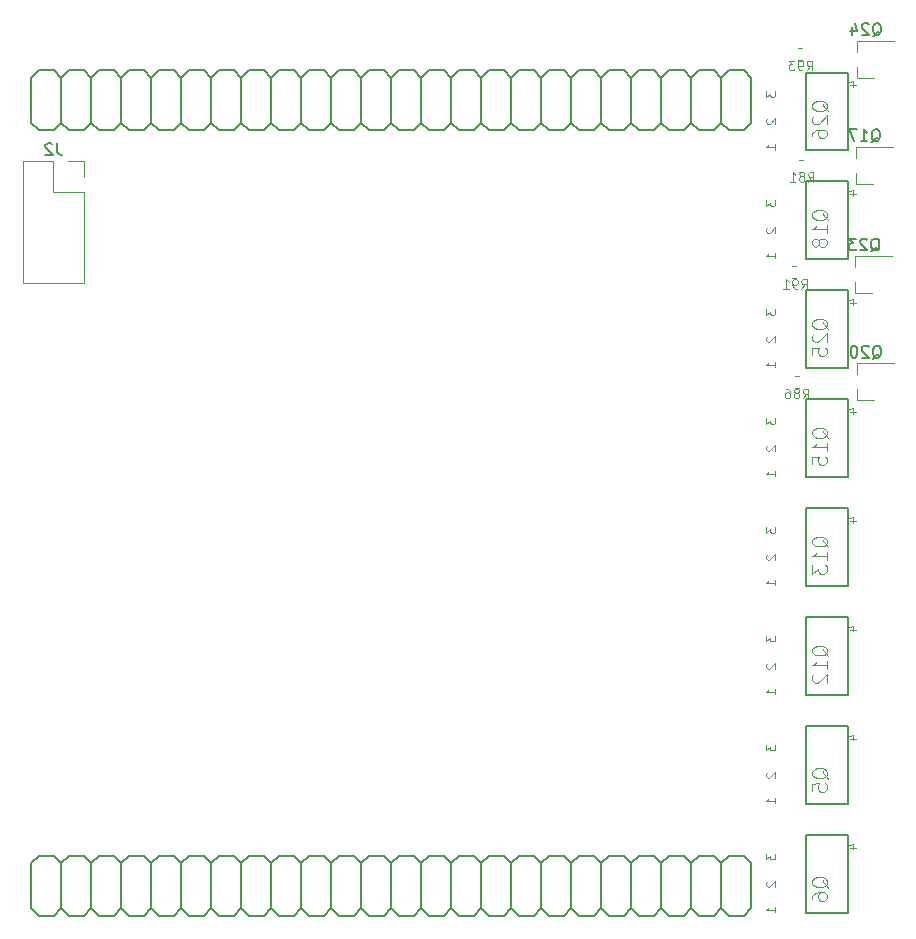
<source format=gbo>
G04 #@! TF.GenerationSoftware,KiCad,Pcbnew,5.1.5-52549c5~86~ubuntu18.04.1*
G04 #@! TF.CreationDate,2020-04-08T14:45:09+02:00*
G04 #@! TF.ProjectId,Speeduino_base,53706565-6475-4696-9e6f-5f626173652e,rev?*
G04 #@! TF.SameCoordinates,Original*
G04 #@! TF.FileFunction,Legend,Bot*
G04 #@! TF.FilePolarity,Positive*
%FSLAX46Y46*%
G04 Gerber Fmt 4.6, Leading zero omitted, Abs format (unit mm)*
G04 Created by KiCad (PCBNEW 5.1.5-52549c5~86~ubuntu18.04.1) date 2020-04-08 14:45:09*
%MOMM*%
%LPD*%
G04 APERTURE LIST*
%ADD10C,0.120000*%
%ADD11C,0.203200*%
%ADD12C,0.152400*%
%ADD13C,0.150000*%
%ADD14C,0.100000*%
%ADD15C,0.096520*%
%ADD16C,0.097536*%
G04 APERTURE END LIST*
D10*
X193690000Y-28105000D02*
X195150000Y-28105000D01*
X193690000Y-24945000D02*
X196850000Y-24945000D01*
X193690000Y-24945000D02*
X193690000Y-25875000D01*
X193690000Y-28105000D02*
X193690000Y-27175000D01*
X193540000Y-46330000D02*
X195000000Y-46330000D01*
X193540000Y-43170000D02*
X196700000Y-43170000D01*
X193540000Y-43170000D02*
X193540000Y-44100000D01*
X193540000Y-46330000D02*
X193540000Y-45400000D01*
X193690000Y-55405000D02*
X195150000Y-55405000D01*
X193690000Y-52245000D02*
X196850000Y-52245000D01*
X193690000Y-52245000D02*
X193690000Y-53175000D01*
X193690000Y-55405000D02*
X193690000Y-54475000D01*
X193590000Y-37080000D02*
X195050000Y-37080000D01*
X193590000Y-33920000D02*
X196750000Y-33920000D01*
X193590000Y-33920000D02*
X193590000Y-34850000D01*
X193590000Y-37080000D02*
X193590000Y-36150000D01*
X189071267Y-25540000D02*
X188728733Y-25540000D01*
X189071267Y-26560000D02*
X188728733Y-26560000D01*
X188581267Y-43990000D02*
X188238733Y-43990000D01*
X188581267Y-45010000D02*
X188238733Y-45010000D01*
X188816267Y-53310000D02*
X188473733Y-53310000D01*
X188816267Y-54330000D02*
X188473733Y-54330000D01*
X189146267Y-35020000D02*
X188803733Y-35020000D01*
X189146267Y-36040000D02*
X188803733Y-36040000D01*
D11*
X192929000Y-34201600D02*
X192929000Y-27648400D01*
X189373000Y-34201600D02*
X192929000Y-34201600D01*
X189373000Y-27648400D02*
X189373000Y-34201600D01*
X192929000Y-27648400D02*
X189373000Y-27648400D01*
X192929000Y-52652742D02*
X192929000Y-46099542D01*
X189373000Y-52652742D02*
X192929000Y-52652742D01*
X189373000Y-46099542D02*
X189373000Y-52652742D01*
X192929000Y-46099542D02*
X189373000Y-46099542D01*
X192929000Y-43427171D02*
X192929000Y-36873971D01*
X189373000Y-43427171D02*
X192929000Y-43427171D01*
X189373000Y-36873971D02*
X189373000Y-43427171D01*
X192929000Y-36873971D02*
X189373000Y-36873971D01*
D10*
X128255000Y-45450000D02*
X123055000Y-45450000D01*
X128255000Y-37770000D02*
X128255000Y-45450000D01*
X123055000Y-35170000D02*
X123055000Y-45450000D01*
X128255000Y-37770000D02*
X125655000Y-37770000D01*
X125655000Y-37770000D02*
X125655000Y-35170000D01*
X125655000Y-35170000D02*
X123055000Y-35170000D01*
X128255000Y-36500000D02*
X128255000Y-35170000D01*
X128255000Y-35170000D02*
X126925000Y-35170000D01*
D12*
X184750000Y-98405000D02*
X184750000Y-94595000D01*
X182210000Y-94595000D02*
X182845000Y-93960000D01*
X184115000Y-93960000D02*
X182845000Y-93960000D01*
X184750000Y-94595000D02*
X184115000Y-93960000D01*
X184115000Y-99040000D02*
X184750000Y-98405000D01*
X184115000Y-99040000D02*
X182845000Y-99040000D01*
X182210000Y-98405000D02*
X182845000Y-99040000D01*
X182210000Y-98405000D02*
X182210000Y-94595000D01*
X179670000Y-94595000D02*
X180305000Y-93960000D01*
X181575000Y-93960000D02*
X180305000Y-93960000D01*
X182210000Y-94595000D02*
X181575000Y-93960000D01*
X181575000Y-99040000D02*
X182210000Y-98405000D01*
X181575000Y-99040000D02*
X180305000Y-99040000D01*
X179670000Y-98405000D02*
X180305000Y-99040000D01*
X179670000Y-98405000D02*
X179670000Y-94595000D01*
X177130000Y-94595000D02*
X177765000Y-93960000D01*
X179035000Y-93960000D02*
X177765000Y-93960000D01*
X179670000Y-94595000D02*
X179035000Y-93960000D01*
X179035000Y-99040000D02*
X179670000Y-98405000D01*
X179035000Y-99040000D02*
X177765000Y-99040000D01*
X177130000Y-98405000D02*
X177765000Y-99040000D01*
X177130000Y-98405000D02*
X177130000Y-94595000D01*
X174590000Y-94595000D02*
X175225000Y-93960000D01*
X176495000Y-93960000D02*
X175225000Y-93960000D01*
X177130000Y-94595000D02*
X176495000Y-93960000D01*
X176495000Y-99040000D02*
X177130000Y-98405000D01*
X176495000Y-99040000D02*
X175225000Y-99040000D01*
X174590000Y-98405000D02*
X175225000Y-99040000D01*
X174590000Y-98405000D02*
X174590000Y-94595000D01*
X172050000Y-94595000D02*
X172685000Y-93960000D01*
X173955000Y-93960000D02*
X172685000Y-93960000D01*
X174590000Y-94595000D02*
X173955000Y-93960000D01*
X173955000Y-99040000D02*
X174590000Y-98405000D01*
X173955000Y-99040000D02*
X172685000Y-99040000D01*
X172050000Y-98405000D02*
X172685000Y-99040000D01*
X172050000Y-98405000D02*
X172050000Y-94595000D01*
X169510000Y-98405000D02*
X169510000Y-94595000D01*
X166970000Y-98405000D02*
X166970000Y-94595000D01*
X164430000Y-98405000D02*
X164430000Y-94595000D01*
X161890000Y-98405000D02*
X161890000Y-94595000D01*
X159350000Y-98405000D02*
X159350000Y-94595000D01*
X156810000Y-98405000D02*
X156810000Y-94595000D01*
X154270000Y-98405000D02*
X154270000Y-94595000D01*
X151730000Y-98405000D02*
X151730000Y-94595000D01*
X149190000Y-98405000D02*
X149190000Y-94595000D01*
X146650000Y-98405000D02*
X146650000Y-94595000D01*
X144110000Y-98405000D02*
X144110000Y-94595000D01*
X141570000Y-98405000D02*
X141570000Y-94595000D01*
X139030000Y-98405000D02*
X139030000Y-94595000D01*
X136490000Y-98405000D02*
X136490000Y-94595000D01*
X133950000Y-98405000D02*
X133950000Y-94595000D01*
X131410000Y-98405000D02*
X131410000Y-94595000D01*
X128870000Y-98405000D02*
X128870000Y-94595000D01*
X126330000Y-98405000D02*
X126330000Y-94595000D01*
X139030000Y-94595000D02*
X139665000Y-93960000D01*
X140935000Y-93960000D02*
X139665000Y-93960000D01*
X141570000Y-94595000D02*
X140935000Y-93960000D01*
X141570000Y-94595000D02*
X142205000Y-93960000D01*
X143475000Y-93960000D02*
X142205000Y-93960000D01*
X144110000Y-94595000D02*
X143475000Y-93960000D01*
X144110000Y-94595000D02*
X144745000Y-93960000D01*
X146015000Y-93960000D02*
X144745000Y-93960000D01*
X146650000Y-94595000D02*
X146015000Y-93960000D01*
X146650000Y-94595000D02*
X147285000Y-93960000D01*
X148555000Y-93960000D02*
X147285000Y-93960000D01*
X149190000Y-94595000D02*
X148555000Y-93960000D01*
X149190000Y-94595000D02*
X149825000Y-93960000D01*
X151095000Y-93960000D02*
X149825000Y-93960000D01*
X151730000Y-94595000D02*
X151095000Y-93960000D01*
X151730000Y-94595000D02*
X152365000Y-93960000D01*
X153635000Y-93960000D02*
X152365000Y-93960000D01*
X154270000Y-94595000D02*
X153635000Y-93960000D01*
X154270000Y-94595000D02*
X154905000Y-93960000D01*
X156175000Y-93960000D02*
X154905000Y-93960000D01*
X156810000Y-94595000D02*
X156175000Y-93960000D01*
X156810000Y-94595000D02*
X157445000Y-93960000D01*
X158715000Y-93960000D02*
X157445000Y-93960000D01*
X159350000Y-94595000D02*
X158715000Y-93960000D01*
X159985000Y-93960000D02*
X159350000Y-94595000D01*
X159985000Y-93960000D02*
X161255000Y-93960000D01*
X161890000Y-94595000D02*
X161255000Y-93960000D01*
X162525000Y-93960000D02*
X161890000Y-94595000D01*
X162525000Y-93960000D02*
X163795000Y-93960000D01*
X164430000Y-94595000D02*
X163795000Y-93960000D01*
X164430000Y-94595000D02*
X165065000Y-93960000D01*
X166335000Y-93960000D02*
X165065000Y-93960000D01*
X166970000Y-94595000D02*
X166335000Y-93960000D01*
X166970000Y-94595000D02*
X167605000Y-93960000D01*
X168875000Y-93960000D02*
X167605000Y-93960000D01*
X169510000Y-94595000D02*
X168875000Y-93960000D01*
X169510000Y-94595000D02*
X170145000Y-93960000D01*
X171415000Y-93960000D02*
X170145000Y-93960000D01*
X172050000Y-94595000D02*
X171415000Y-93960000D01*
X171415000Y-99040000D02*
X172050000Y-98405000D01*
X171415000Y-99040000D02*
X170145000Y-99040000D01*
X169510000Y-98405000D02*
X170145000Y-99040000D01*
X168875000Y-99040000D02*
X169510000Y-98405000D01*
X168875000Y-99040000D02*
X167605000Y-99040000D01*
X166970000Y-98405000D02*
X167605000Y-99040000D01*
X166335000Y-99040000D02*
X166970000Y-98405000D01*
X166335000Y-99040000D02*
X165065000Y-99040000D01*
X164430000Y-98405000D02*
X165065000Y-99040000D01*
X163795000Y-99040000D02*
X164430000Y-98405000D01*
X163795000Y-99040000D02*
X162525000Y-99040000D01*
X161890000Y-98405000D02*
X162525000Y-99040000D01*
X161255000Y-99040000D02*
X161890000Y-98405000D01*
X161255000Y-99040000D02*
X159985000Y-99040000D01*
X159350000Y-98405000D02*
X159985000Y-99040000D01*
X158715000Y-99040000D02*
X159350000Y-98405000D01*
X158715000Y-99040000D02*
X157445000Y-99040000D01*
X156810000Y-98405000D02*
X157445000Y-99040000D01*
X156175000Y-99040000D02*
X156810000Y-98405000D01*
X156175000Y-99040000D02*
X154905000Y-99040000D01*
X154270000Y-98405000D02*
X154905000Y-99040000D01*
X154270000Y-98405000D02*
X153635000Y-99040000D01*
X152365000Y-99040000D02*
X153635000Y-99040000D01*
X151730000Y-98405000D02*
X152365000Y-99040000D01*
X151095000Y-99040000D02*
X151730000Y-98405000D01*
X149825000Y-99040000D02*
X151095000Y-99040000D01*
X149190000Y-98405000D02*
X149825000Y-99040000D01*
X148555000Y-99040000D02*
X149190000Y-98405000D01*
X147285000Y-99040000D02*
X148555000Y-99040000D01*
X146650000Y-98405000D02*
X147285000Y-99040000D01*
X146015000Y-99040000D02*
X146650000Y-98405000D01*
X144745000Y-99040000D02*
X146015000Y-99040000D01*
X144110000Y-98405000D02*
X144745000Y-99040000D01*
X143475000Y-99040000D02*
X144110000Y-98405000D01*
X142205000Y-99040000D02*
X143475000Y-99040000D01*
X141570000Y-98405000D02*
X142205000Y-99040000D01*
X140935000Y-99040000D02*
X141570000Y-98405000D01*
X139665000Y-99040000D02*
X140935000Y-99040000D01*
X139030000Y-98405000D02*
X139665000Y-99040000D01*
X138395000Y-99040000D02*
X139030000Y-98405000D01*
X137125000Y-99040000D02*
X138395000Y-99040000D01*
X136490000Y-98405000D02*
X137125000Y-99040000D01*
X135855000Y-99040000D02*
X136490000Y-98405000D01*
X134585000Y-99040000D02*
X135855000Y-99040000D01*
X133950000Y-98405000D02*
X134585000Y-99040000D01*
X133315000Y-99040000D02*
X133950000Y-98405000D01*
X132045000Y-99040000D02*
X133315000Y-99040000D01*
X131410000Y-98405000D02*
X132045000Y-99040000D01*
X130775000Y-99040000D02*
X131410000Y-98405000D01*
X129505000Y-99040000D02*
X130775000Y-99040000D01*
X128870000Y-98405000D02*
X129505000Y-99040000D01*
X128235000Y-99040000D02*
X128870000Y-98405000D01*
X126965000Y-99040000D02*
X128235000Y-99040000D01*
X126330000Y-98405000D02*
X126965000Y-99040000D01*
X125695000Y-99040000D02*
X126330000Y-98405000D01*
X124425000Y-99040000D02*
X125695000Y-99040000D01*
X123790000Y-98405000D02*
X124425000Y-99040000D01*
X123790000Y-94595000D02*
X123790000Y-98405000D01*
X138395000Y-93960000D02*
X139030000Y-94595000D01*
X137125000Y-93960000D02*
X138395000Y-93960000D01*
X136490000Y-94595000D02*
X137125000Y-93960000D01*
X135855000Y-93960000D02*
X136490000Y-94595000D01*
X134585000Y-93960000D02*
X135855000Y-93960000D01*
X133950000Y-94595000D02*
X134585000Y-93960000D01*
X133315000Y-93960000D02*
X133950000Y-94595000D01*
X132045000Y-93960000D02*
X133315000Y-93960000D01*
X131410000Y-94595000D02*
X132045000Y-93960000D01*
X130775000Y-93960000D02*
X131410000Y-94595000D01*
X129505000Y-93960000D02*
X130775000Y-93960000D01*
X128870000Y-94595000D02*
X129505000Y-93960000D01*
X128235000Y-93960000D02*
X128870000Y-94595000D01*
X126965000Y-93960000D02*
X128235000Y-93960000D01*
X126330000Y-94595000D02*
X126965000Y-93960000D01*
X125695000Y-93960000D02*
X126330000Y-94595000D01*
X124425000Y-93960000D02*
X125695000Y-93960000D01*
X123790000Y-94595000D02*
X124425000Y-93960000D01*
D11*
X192929000Y-71103884D02*
X192929000Y-64550684D01*
X189373000Y-71103884D02*
X192929000Y-71103884D01*
X189373000Y-64550684D02*
X189373000Y-71103884D01*
X192929000Y-64550684D02*
X189373000Y-64550684D01*
X192929000Y-61878313D02*
X192929000Y-55325113D01*
X189373000Y-61878313D02*
X192929000Y-61878313D01*
X189373000Y-55325113D02*
X189373000Y-61878313D01*
X192929000Y-55325113D02*
X189373000Y-55325113D01*
X192929000Y-98780600D02*
X192929000Y-92227400D01*
X189373000Y-98780600D02*
X192929000Y-98780600D01*
X189373000Y-92227400D02*
X189373000Y-98780600D01*
X192929000Y-92227400D02*
X189373000Y-92227400D01*
X192929000Y-89555026D02*
X192929000Y-83001826D01*
X189373000Y-89555026D02*
X192929000Y-89555026D01*
X189373000Y-83001826D02*
X189373000Y-89555026D01*
X192929000Y-83001826D02*
X189373000Y-83001826D01*
X192929000Y-80329455D02*
X192929000Y-73776255D01*
X189373000Y-80329455D02*
X192929000Y-80329455D01*
X189373000Y-73776255D02*
X189373000Y-80329455D01*
X192929000Y-73776255D02*
X189373000Y-73776255D01*
D12*
X184750000Y-31905000D02*
X184750000Y-28095000D01*
X182210000Y-28095000D02*
X182845000Y-27460000D01*
X184115000Y-27460000D02*
X182845000Y-27460000D01*
X184750000Y-28095000D02*
X184115000Y-27460000D01*
X184115000Y-32540000D02*
X184750000Y-31905000D01*
X184115000Y-32540000D02*
X182845000Y-32540000D01*
X182210000Y-31905000D02*
X182845000Y-32540000D01*
X182210000Y-31905000D02*
X182210000Y-28095000D01*
X179670000Y-28095000D02*
X180305000Y-27460000D01*
X181575000Y-27460000D02*
X180305000Y-27460000D01*
X182210000Y-28095000D02*
X181575000Y-27460000D01*
X181575000Y-32540000D02*
X182210000Y-31905000D01*
X181575000Y-32540000D02*
X180305000Y-32540000D01*
X179670000Y-31905000D02*
X180305000Y-32540000D01*
X179670000Y-31905000D02*
X179670000Y-28095000D01*
X177130000Y-28095000D02*
X177765000Y-27460000D01*
X179035000Y-27460000D02*
X177765000Y-27460000D01*
X179670000Y-28095000D02*
X179035000Y-27460000D01*
X179035000Y-32540000D02*
X179670000Y-31905000D01*
X179035000Y-32540000D02*
X177765000Y-32540000D01*
X177130000Y-31905000D02*
X177765000Y-32540000D01*
X177130000Y-31905000D02*
X177130000Y-28095000D01*
X174590000Y-28095000D02*
X175225000Y-27460000D01*
X176495000Y-27460000D02*
X175225000Y-27460000D01*
X177130000Y-28095000D02*
X176495000Y-27460000D01*
X176495000Y-32540000D02*
X177130000Y-31905000D01*
X176495000Y-32540000D02*
X175225000Y-32540000D01*
X174590000Y-31905000D02*
X175225000Y-32540000D01*
X174590000Y-31905000D02*
X174590000Y-28095000D01*
X172050000Y-28095000D02*
X172685000Y-27460000D01*
X173955000Y-27460000D02*
X172685000Y-27460000D01*
X174590000Y-28095000D02*
X173955000Y-27460000D01*
X173955000Y-32540000D02*
X174590000Y-31905000D01*
X173955000Y-32540000D02*
X172685000Y-32540000D01*
X172050000Y-31905000D02*
X172685000Y-32540000D01*
X172050000Y-31905000D02*
X172050000Y-28095000D01*
X169510000Y-31905000D02*
X169510000Y-28095000D01*
X166970000Y-31905000D02*
X166970000Y-28095000D01*
X164430000Y-31905000D02*
X164430000Y-28095000D01*
X161890000Y-31905000D02*
X161890000Y-28095000D01*
X159350000Y-31905000D02*
X159350000Y-28095000D01*
X156810000Y-31905000D02*
X156810000Y-28095000D01*
X154270000Y-31905000D02*
X154270000Y-28095000D01*
X151730000Y-31905000D02*
X151730000Y-28095000D01*
X149190000Y-31905000D02*
X149190000Y-28095000D01*
X146650000Y-31905000D02*
X146650000Y-28095000D01*
X144110000Y-31905000D02*
X144110000Y-28095000D01*
X141570000Y-31905000D02*
X141570000Y-28095000D01*
X139030000Y-31905000D02*
X139030000Y-28095000D01*
X136490000Y-31905000D02*
X136490000Y-28095000D01*
X133950000Y-31905000D02*
X133950000Y-28095000D01*
X131410000Y-31905000D02*
X131410000Y-28095000D01*
X128870000Y-31905000D02*
X128870000Y-28095000D01*
X126330000Y-31905000D02*
X126330000Y-28095000D01*
X139030000Y-28095000D02*
X139665000Y-27460000D01*
X140935000Y-27460000D02*
X139665000Y-27460000D01*
X141570000Y-28095000D02*
X140935000Y-27460000D01*
X141570000Y-28095000D02*
X142205000Y-27460000D01*
X143475000Y-27460000D02*
X142205000Y-27460000D01*
X144110000Y-28095000D02*
X143475000Y-27460000D01*
X144110000Y-28095000D02*
X144745000Y-27460000D01*
X146015000Y-27460000D02*
X144745000Y-27460000D01*
X146650000Y-28095000D02*
X146015000Y-27460000D01*
X146650000Y-28095000D02*
X147285000Y-27460000D01*
X148555000Y-27460000D02*
X147285000Y-27460000D01*
X149190000Y-28095000D02*
X148555000Y-27460000D01*
X149190000Y-28095000D02*
X149825000Y-27460000D01*
X151095000Y-27460000D02*
X149825000Y-27460000D01*
X151730000Y-28095000D02*
X151095000Y-27460000D01*
X151730000Y-28095000D02*
X152365000Y-27460000D01*
X153635000Y-27460000D02*
X152365000Y-27460000D01*
X154270000Y-28095000D02*
X153635000Y-27460000D01*
X154270000Y-28095000D02*
X154905000Y-27460000D01*
X156175000Y-27460000D02*
X154905000Y-27460000D01*
X156810000Y-28095000D02*
X156175000Y-27460000D01*
X156810000Y-28095000D02*
X157445000Y-27460000D01*
X158715000Y-27460000D02*
X157445000Y-27460000D01*
X159350000Y-28095000D02*
X158715000Y-27460000D01*
X159985000Y-27460000D02*
X159350000Y-28095000D01*
X159985000Y-27460000D02*
X161255000Y-27460000D01*
X161890000Y-28095000D02*
X161255000Y-27460000D01*
X162525000Y-27460000D02*
X161890000Y-28095000D01*
X162525000Y-27460000D02*
X163795000Y-27460000D01*
X164430000Y-28095000D02*
X163795000Y-27460000D01*
X164430000Y-28095000D02*
X165065000Y-27460000D01*
X166335000Y-27460000D02*
X165065000Y-27460000D01*
X166970000Y-28095000D02*
X166335000Y-27460000D01*
X166970000Y-28095000D02*
X167605000Y-27460000D01*
X168875000Y-27460000D02*
X167605000Y-27460000D01*
X169510000Y-28095000D02*
X168875000Y-27460000D01*
X169510000Y-28095000D02*
X170145000Y-27460000D01*
X171415000Y-27460000D02*
X170145000Y-27460000D01*
X172050000Y-28095000D02*
X171415000Y-27460000D01*
X171415000Y-32540000D02*
X172050000Y-31905000D01*
X171415000Y-32540000D02*
X170145000Y-32540000D01*
X169510000Y-31905000D02*
X170145000Y-32540000D01*
X168875000Y-32540000D02*
X169510000Y-31905000D01*
X168875000Y-32540000D02*
X167605000Y-32540000D01*
X166970000Y-31905000D02*
X167605000Y-32540000D01*
X166335000Y-32540000D02*
X166970000Y-31905000D01*
X166335000Y-32540000D02*
X165065000Y-32540000D01*
X164430000Y-31905000D02*
X165065000Y-32540000D01*
X163795000Y-32540000D02*
X164430000Y-31905000D01*
X163795000Y-32540000D02*
X162525000Y-32540000D01*
X161890000Y-31905000D02*
X162525000Y-32540000D01*
X161255000Y-32540000D02*
X161890000Y-31905000D01*
X161255000Y-32540000D02*
X159985000Y-32540000D01*
X159350000Y-31905000D02*
X159985000Y-32540000D01*
X158715000Y-32540000D02*
X159350000Y-31905000D01*
X158715000Y-32540000D02*
X157445000Y-32540000D01*
X156810000Y-31905000D02*
X157445000Y-32540000D01*
X156175000Y-32540000D02*
X156810000Y-31905000D01*
X156175000Y-32540000D02*
X154905000Y-32540000D01*
X154270000Y-31905000D02*
X154905000Y-32540000D01*
X154270000Y-31905000D02*
X153635000Y-32540000D01*
X152365000Y-32540000D02*
X153635000Y-32540000D01*
X151730000Y-31905000D02*
X152365000Y-32540000D01*
X151095000Y-32540000D02*
X151730000Y-31905000D01*
X149825000Y-32540000D02*
X151095000Y-32540000D01*
X149190000Y-31905000D02*
X149825000Y-32540000D01*
X148555000Y-32540000D02*
X149190000Y-31905000D01*
X147285000Y-32540000D02*
X148555000Y-32540000D01*
X146650000Y-31905000D02*
X147285000Y-32540000D01*
X146015000Y-32540000D02*
X146650000Y-31905000D01*
X144745000Y-32540000D02*
X146015000Y-32540000D01*
X144110000Y-31905000D02*
X144745000Y-32540000D01*
X143475000Y-32540000D02*
X144110000Y-31905000D01*
X142205000Y-32540000D02*
X143475000Y-32540000D01*
X141570000Y-31905000D02*
X142205000Y-32540000D01*
X140935000Y-32540000D02*
X141570000Y-31905000D01*
X139665000Y-32540000D02*
X140935000Y-32540000D01*
X139030000Y-31905000D02*
X139665000Y-32540000D01*
X138395000Y-32540000D02*
X139030000Y-31905000D01*
X137125000Y-32540000D02*
X138395000Y-32540000D01*
X136490000Y-31905000D02*
X137125000Y-32540000D01*
X135855000Y-32540000D02*
X136490000Y-31905000D01*
X134585000Y-32540000D02*
X135855000Y-32540000D01*
X133950000Y-31905000D02*
X134585000Y-32540000D01*
X133315000Y-32540000D02*
X133950000Y-31905000D01*
X132045000Y-32540000D02*
X133315000Y-32540000D01*
X131410000Y-31905000D02*
X132045000Y-32540000D01*
X130775000Y-32540000D02*
X131410000Y-31905000D01*
X129505000Y-32540000D02*
X130775000Y-32540000D01*
X128870000Y-31905000D02*
X129505000Y-32540000D01*
X128235000Y-32540000D02*
X128870000Y-31905000D01*
X126965000Y-32540000D02*
X128235000Y-32540000D01*
X126330000Y-31905000D02*
X126965000Y-32540000D01*
X125695000Y-32540000D02*
X126330000Y-31905000D01*
X124425000Y-32540000D02*
X125695000Y-32540000D01*
X123790000Y-31905000D02*
X124425000Y-32540000D01*
X123790000Y-28095000D02*
X123790000Y-31905000D01*
X138395000Y-27460000D02*
X139030000Y-28095000D01*
X137125000Y-27460000D02*
X138395000Y-27460000D01*
X136490000Y-28095000D02*
X137125000Y-27460000D01*
X135855000Y-27460000D02*
X136490000Y-28095000D01*
X134585000Y-27460000D02*
X135855000Y-27460000D01*
X133950000Y-28095000D02*
X134585000Y-27460000D01*
X133315000Y-27460000D02*
X133950000Y-28095000D01*
X132045000Y-27460000D02*
X133315000Y-27460000D01*
X131410000Y-28095000D02*
X132045000Y-27460000D01*
X130775000Y-27460000D02*
X131410000Y-28095000D01*
X129505000Y-27460000D02*
X130775000Y-27460000D01*
X128870000Y-28095000D02*
X129505000Y-27460000D01*
X128235000Y-27460000D02*
X128870000Y-28095000D01*
X126965000Y-27460000D02*
X128235000Y-27460000D01*
X126330000Y-28095000D02*
X126965000Y-27460000D01*
X125695000Y-27460000D02*
X126330000Y-28095000D01*
X124425000Y-27460000D02*
X125695000Y-27460000D01*
X123790000Y-28095000D02*
X124425000Y-27460000D01*
D13*
X195021428Y-24572619D02*
X195116666Y-24525000D01*
X195211904Y-24429761D01*
X195354761Y-24286904D01*
X195450000Y-24239285D01*
X195545238Y-24239285D01*
X195497619Y-24477380D02*
X195592857Y-24429761D01*
X195688095Y-24334523D01*
X195735714Y-24144047D01*
X195735714Y-23810714D01*
X195688095Y-23620238D01*
X195592857Y-23525000D01*
X195497619Y-23477380D01*
X195307142Y-23477380D01*
X195211904Y-23525000D01*
X195116666Y-23620238D01*
X195069047Y-23810714D01*
X195069047Y-24144047D01*
X195116666Y-24334523D01*
X195211904Y-24429761D01*
X195307142Y-24477380D01*
X195497619Y-24477380D01*
X194688095Y-23572619D02*
X194640476Y-23525000D01*
X194545238Y-23477380D01*
X194307142Y-23477380D01*
X194211904Y-23525000D01*
X194164285Y-23572619D01*
X194116666Y-23667857D01*
X194116666Y-23763095D01*
X194164285Y-23905952D01*
X194735714Y-24477380D01*
X194116666Y-24477380D01*
X193259523Y-23810714D02*
X193259523Y-24477380D01*
X193497619Y-23429761D02*
X193735714Y-24144047D01*
X193116666Y-24144047D01*
X194871428Y-42797619D02*
X194966666Y-42750000D01*
X195061904Y-42654761D01*
X195204761Y-42511904D01*
X195300000Y-42464285D01*
X195395238Y-42464285D01*
X195347619Y-42702380D02*
X195442857Y-42654761D01*
X195538095Y-42559523D01*
X195585714Y-42369047D01*
X195585714Y-42035714D01*
X195538095Y-41845238D01*
X195442857Y-41750000D01*
X195347619Y-41702380D01*
X195157142Y-41702380D01*
X195061904Y-41750000D01*
X194966666Y-41845238D01*
X194919047Y-42035714D01*
X194919047Y-42369047D01*
X194966666Y-42559523D01*
X195061904Y-42654761D01*
X195157142Y-42702380D01*
X195347619Y-42702380D01*
X194538095Y-41797619D02*
X194490476Y-41750000D01*
X194395238Y-41702380D01*
X194157142Y-41702380D01*
X194061904Y-41750000D01*
X194014285Y-41797619D01*
X193966666Y-41892857D01*
X193966666Y-41988095D01*
X194014285Y-42130952D01*
X194585714Y-42702380D01*
X193966666Y-42702380D01*
X193633333Y-41702380D02*
X193014285Y-41702380D01*
X193347619Y-42083333D01*
X193204761Y-42083333D01*
X193109523Y-42130952D01*
X193061904Y-42178571D01*
X193014285Y-42273809D01*
X193014285Y-42511904D01*
X193061904Y-42607142D01*
X193109523Y-42654761D01*
X193204761Y-42702380D01*
X193490476Y-42702380D01*
X193585714Y-42654761D01*
X193633333Y-42607142D01*
X195021428Y-51872619D02*
X195116666Y-51825000D01*
X195211904Y-51729761D01*
X195354761Y-51586904D01*
X195450000Y-51539285D01*
X195545238Y-51539285D01*
X195497619Y-51777380D02*
X195592857Y-51729761D01*
X195688095Y-51634523D01*
X195735714Y-51444047D01*
X195735714Y-51110714D01*
X195688095Y-50920238D01*
X195592857Y-50825000D01*
X195497619Y-50777380D01*
X195307142Y-50777380D01*
X195211904Y-50825000D01*
X195116666Y-50920238D01*
X195069047Y-51110714D01*
X195069047Y-51444047D01*
X195116666Y-51634523D01*
X195211904Y-51729761D01*
X195307142Y-51777380D01*
X195497619Y-51777380D01*
X194688095Y-50872619D02*
X194640476Y-50825000D01*
X194545238Y-50777380D01*
X194307142Y-50777380D01*
X194211904Y-50825000D01*
X194164285Y-50872619D01*
X194116666Y-50967857D01*
X194116666Y-51063095D01*
X194164285Y-51205952D01*
X194735714Y-51777380D01*
X194116666Y-51777380D01*
X193497619Y-50777380D02*
X193402380Y-50777380D01*
X193307142Y-50825000D01*
X193259523Y-50872619D01*
X193211904Y-50967857D01*
X193164285Y-51158333D01*
X193164285Y-51396428D01*
X193211904Y-51586904D01*
X193259523Y-51682142D01*
X193307142Y-51729761D01*
X193402380Y-51777380D01*
X193497619Y-51777380D01*
X193592857Y-51729761D01*
X193640476Y-51682142D01*
X193688095Y-51586904D01*
X193735714Y-51396428D01*
X193735714Y-51158333D01*
X193688095Y-50967857D01*
X193640476Y-50872619D01*
X193592857Y-50825000D01*
X193497619Y-50777380D01*
X194921428Y-33547619D02*
X195016666Y-33500000D01*
X195111904Y-33404761D01*
X195254761Y-33261904D01*
X195350000Y-33214285D01*
X195445238Y-33214285D01*
X195397619Y-33452380D02*
X195492857Y-33404761D01*
X195588095Y-33309523D01*
X195635714Y-33119047D01*
X195635714Y-32785714D01*
X195588095Y-32595238D01*
X195492857Y-32500000D01*
X195397619Y-32452380D01*
X195207142Y-32452380D01*
X195111904Y-32500000D01*
X195016666Y-32595238D01*
X194969047Y-32785714D01*
X194969047Y-33119047D01*
X195016666Y-33309523D01*
X195111904Y-33404761D01*
X195207142Y-33452380D01*
X195397619Y-33452380D01*
X194016666Y-33452380D02*
X194588095Y-33452380D01*
X194302380Y-33452380D02*
X194302380Y-32452380D01*
X194397619Y-32595238D01*
X194492857Y-32690476D01*
X194588095Y-32738095D01*
X193683333Y-32452380D02*
X193016666Y-32452380D01*
X193445238Y-33452380D01*
D14*
X189439285Y-27436904D02*
X189705952Y-27055952D01*
X189896428Y-27436904D02*
X189896428Y-26636904D01*
X189591666Y-26636904D01*
X189515476Y-26675000D01*
X189477380Y-26713095D01*
X189439285Y-26789285D01*
X189439285Y-26903571D01*
X189477380Y-26979761D01*
X189515476Y-27017857D01*
X189591666Y-27055952D01*
X189896428Y-27055952D01*
X189058333Y-27436904D02*
X188905952Y-27436904D01*
X188829761Y-27398809D01*
X188791666Y-27360714D01*
X188715476Y-27246428D01*
X188677380Y-27094047D01*
X188677380Y-26789285D01*
X188715476Y-26713095D01*
X188753571Y-26675000D01*
X188829761Y-26636904D01*
X188982142Y-26636904D01*
X189058333Y-26675000D01*
X189096428Y-26713095D01*
X189134523Y-26789285D01*
X189134523Y-26979761D01*
X189096428Y-27055952D01*
X189058333Y-27094047D01*
X188982142Y-27132142D01*
X188829761Y-27132142D01*
X188753571Y-27094047D01*
X188715476Y-27055952D01*
X188677380Y-26979761D01*
X188410714Y-26636904D02*
X187915476Y-26636904D01*
X188182142Y-26941666D01*
X188067857Y-26941666D01*
X187991666Y-26979761D01*
X187953571Y-27017857D01*
X187915476Y-27094047D01*
X187915476Y-27284523D01*
X187953571Y-27360714D01*
X187991666Y-27398809D01*
X188067857Y-27436904D01*
X188296428Y-27436904D01*
X188372619Y-27398809D01*
X188410714Y-27360714D01*
X188999285Y-45936904D02*
X189265952Y-45555952D01*
X189456428Y-45936904D02*
X189456428Y-45136904D01*
X189151666Y-45136904D01*
X189075476Y-45175000D01*
X189037380Y-45213095D01*
X188999285Y-45289285D01*
X188999285Y-45403571D01*
X189037380Y-45479761D01*
X189075476Y-45517857D01*
X189151666Y-45555952D01*
X189456428Y-45555952D01*
X188618333Y-45936904D02*
X188465952Y-45936904D01*
X188389761Y-45898809D01*
X188351666Y-45860714D01*
X188275476Y-45746428D01*
X188237380Y-45594047D01*
X188237380Y-45289285D01*
X188275476Y-45213095D01*
X188313571Y-45175000D01*
X188389761Y-45136904D01*
X188542142Y-45136904D01*
X188618333Y-45175000D01*
X188656428Y-45213095D01*
X188694523Y-45289285D01*
X188694523Y-45479761D01*
X188656428Y-45555952D01*
X188618333Y-45594047D01*
X188542142Y-45632142D01*
X188389761Y-45632142D01*
X188313571Y-45594047D01*
X188275476Y-45555952D01*
X188237380Y-45479761D01*
X187475476Y-45936904D02*
X187932619Y-45936904D01*
X187704047Y-45936904D02*
X187704047Y-45136904D01*
X187780238Y-45251190D01*
X187856428Y-45327380D01*
X187932619Y-45365476D01*
X189109285Y-55231904D02*
X189375952Y-54850952D01*
X189566428Y-55231904D02*
X189566428Y-54431904D01*
X189261666Y-54431904D01*
X189185476Y-54470000D01*
X189147380Y-54508095D01*
X189109285Y-54584285D01*
X189109285Y-54698571D01*
X189147380Y-54774761D01*
X189185476Y-54812857D01*
X189261666Y-54850952D01*
X189566428Y-54850952D01*
X188652142Y-54774761D02*
X188728333Y-54736666D01*
X188766428Y-54698571D01*
X188804523Y-54622380D01*
X188804523Y-54584285D01*
X188766428Y-54508095D01*
X188728333Y-54470000D01*
X188652142Y-54431904D01*
X188499761Y-54431904D01*
X188423571Y-54470000D01*
X188385476Y-54508095D01*
X188347380Y-54584285D01*
X188347380Y-54622380D01*
X188385476Y-54698571D01*
X188423571Y-54736666D01*
X188499761Y-54774761D01*
X188652142Y-54774761D01*
X188728333Y-54812857D01*
X188766428Y-54850952D01*
X188804523Y-54927142D01*
X188804523Y-55079523D01*
X188766428Y-55155714D01*
X188728333Y-55193809D01*
X188652142Y-55231904D01*
X188499761Y-55231904D01*
X188423571Y-55193809D01*
X188385476Y-55155714D01*
X188347380Y-55079523D01*
X188347380Y-54927142D01*
X188385476Y-54850952D01*
X188423571Y-54812857D01*
X188499761Y-54774761D01*
X187661666Y-54431904D02*
X187814047Y-54431904D01*
X187890238Y-54470000D01*
X187928333Y-54508095D01*
X188004523Y-54622380D01*
X188042619Y-54774761D01*
X188042619Y-55079523D01*
X188004523Y-55155714D01*
X187966428Y-55193809D01*
X187890238Y-55231904D01*
X187737857Y-55231904D01*
X187661666Y-55193809D01*
X187623571Y-55155714D01*
X187585476Y-55079523D01*
X187585476Y-54889047D01*
X187623571Y-54812857D01*
X187661666Y-54774761D01*
X187737857Y-54736666D01*
X187890238Y-54736666D01*
X187966428Y-54774761D01*
X188004523Y-54812857D01*
X188042619Y-54889047D01*
X189564285Y-36891904D02*
X189830952Y-36510952D01*
X190021428Y-36891904D02*
X190021428Y-36091904D01*
X189716666Y-36091904D01*
X189640476Y-36130000D01*
X189602380Y-36168095D01*
X189564285Y-36244285D01*
X189564285Y-36358571D01*
X189602380Y-36434761D01*
X189640476Y-36472857D01*
X189716666Y-36510952D01*
X190021428Y-36510952D01*
X189107142Y-36434761D02*
X189183333Y-36396666D01*
X189221428Y-36358571D01*
X189259523Y-36282380D01*
X189259523Y-36244285D01*
X189221428Y-36168095D01*
X189183333Y-36130000D01*
X189107142Y-36091904D01*
X188954761Y-36091904D01*
X188878571Y-36130000D01*
X188840476Y-36168095D01*
X188802380Y-36244285D01*
X188802380Y-36282380D01*
X188840476Y-36358571D01*
X188878571Y-36396666D01*
X188954761Y-36434761D01*
X189107142Y-36434761D01*
X189183333Y-36472857D01*
X189221428Y-36510952D01*
X189259523Y-36587142D01*
X189259523Y-36739523D01*
X189221428Y-36815714D01*
X189183333Y-36853809D01*
X189107142Y-36891904D01*
X188954761Y-36891904D01*
X188878571Y-36853809D01*
X188840476Y-36815714D01*
X188802380Y-36739523D01*
X188802380Y-36587142D01*
X188840476Y-36510952D01*
X188878571Y-36472857D01*
X188954761Y-36434761D01*
X188040476Y-36891904D02*
X188497619Y-36891904D01*
X188269047Y-36891904D02*
X188269047Y-36091904D01*
X188345238Y-36206190D01*
X188421428Y-36282380D01*
X188497619Y-36320476D01*
D15*
X191259252Y-30931809D02*
X191201800Y-30816904D01*
X191086895Y-30702000D01*
X190914538Y-30529642D01*
X190857085Y-30414738D01*
X190857085Y-30299833D01*
X191144347Y-30357285D02*
X191086895Y-30242381D01*
X190971990Y-30127476D01*
X190742180Y-30070023D01*
X190340014Y-30070023D01*
X190110204Y-30127476D01*
X189995300Y-30242381D01*
X189937847Y-30357285D01*
X189937847Y-30587095D01*
X189995300Y-30702000D01*
X190110204Y-30816904D01*
X190340014Y-30874357D01*
X190742180Y-30874357D01*
X190971990Y-30816904D01*
X191086895Y-30702000D01*
X191144347Y-30587095D01*
X191144347Y-30357285D01*
X190052752Y-31333976D02*
X189995300Y-31391428D01*
X189937847Y-31506333D01*
X189937847Y-31793595D01*
X189995300Y-31908500D01*
X190052752Y-31965952D01*
X190167657Y-32023404D01*
X190282561Y-32023404D01*
X190454919Y-31965952D01*
X191144347Y-31276523D01*
X191144347Y-32023404D01*
X189937847Y-33057547D02*
X189937847Y-32827738D01*
X189995300Y-32712833D01*
X190052752Y-32655381D01*
X190225109Y-32540476D01*
X190454919Y-32483023D01*
X190914538Y-32483023D01*
X191029442Y-32540476D01*
X191086895Y-32597928D01*
X191144347Y-32712833D01*
X191144347Y-32942642D01*
X191086895Y-33057547D01*
X191029442Y-33115000D01*
X190914538Y-33172452D01*
X190627276Y-33172452D01*
X190512371Y-33115000D01*
X190454919Y-33057547D01*
X190397466Y-32942642D01*
X190397466Y-32712833D01*
X190454919Y-32597928D01*
X190512371Y-32540476D01*
X190627276Y-32483023D01*
D16*
X186088209Y-31563889D02*
X186051440Y-31600658D01*
X186014670Y-31674197D01*
X186014670Y-31858045D01*
X186051440Y-31931584D01*
X186088209Y-31968353D01*
X186161748Y-32005123D01*
X186235287Y-32005123D01*
X186345596Y-31968353D01*
X186786830Y-31527119D01*
X186786830Y-32005123D01*
X186796230Y-34167123D02*
X186796230Y-33725889D01*
X186796230Y-33946506D02*
X186024070Y-33946506D01*
X186134379Y-33872967D01*
X186207918Y-33799428D01*
X186244687Y-33725889D01*
X193139457Y-28735984D02*
X193654230Y-28735984D01*
X192845300Y-28552136D02*
X193396843Y-28368289D01*
X193396843Y-28846293D01*
X186024070Y-29215719D02*
X186024070Y-29693723D01*
X186318226Y-29436336D01*
X186318226Y-29546645D01*
X186354996Y-29620184D01*
X186391765Y-29656953D01*
X186465304Y-29693723D01*
X186649152Y-29693723D01*
X186722691Y-29656953D01*
X186759460Y-29620184D01*
X186796230Y-29546645D01*
X186796230Y-29326028D01*
X186759460Y-29252489D01*
X186722691Y-29215719D01*
D15*
X191259252Y-49382951D02*
X191201800Y-49268046D01*
X191086895Y-49153142D01*
X190914538Y-48980784D01*
X190857085Y-48865880D01*
X190857085Y-48750975D01*
X191144347Y-48808427D02*
X191086895Y-48693523D01*
X190971990Y-48578618D01*
X190742180Y-48521165D01*
X190340014Y-48521165D01*
X190110204Y-48578618D01*
X189995300Y-48693523D01*
X189937847Y-48808427D01*
X189937847Y-49038237D01*
X189995300Y-49153142D01*
X190110204Y-49268046D01*
X190340014Y-49325499D01*
X190742180Y-49325499D01*
X190971990Y-49268046D01*
X191086895Y-49153142D01*
X191144347Y-49038237D01*
X191144347Y-48808427D01*
X190052752Y-49785118D02*
X189995300Y-49842570D01*
X189937847Y-49957475D01*
X189937847Y-50244737D01*
X189995300Y-50359642D01*
X190052752Y-50417094D01*
X190167657Y-50474546D01*
X190282561Y-50474546D01*
X190454919Y-50417094D01*
X191144347Y-49727665D01*
X191144347Y-50474546D01*
X189937847Y-51566142D02*
X189937847Y-50991618D01*
X190512371Y-50934165D01*
X190454919Y-50991618D01*
X190397466Y-51106523D01*
X190397466Y-51393784D01*
X190454919Y-51508689D01*
X190512371Y-51566142D01*
X190627276Y-51623594D01*
X190914538Y-51623594D01*
X191029442Y-51566142D01*
X191086895Y-51508689D01*
X191144347Y-51393784D01*
X191144347Y-51106523D01*
X191086895Y-50991618D01*
X191029442Y-50934165D01*
D16*
X186088209Y-50015031D02*
X186051440Y-50051800D01*
X186014670Y-50125339D01*
X186014670Y-50309187D01*
X186051440Y-50382726D01*
X186088209Y-50419495D01*
X186161748Y-50456265D01*
X186235287Y-50456265D01*
X186345596Y-50419495D01*
X186786830Y-49978261D01*
X186786830Y-50456265D01*
X186796230Y-52618265D02*
X186796230Y-52177031D01*
X186796230Y-52397648D02*
X186024070Y-52397648D01*
X186134379Y-52324109D01*
X186207918Y-52250570D01*
X186244687Y-52177031D01*
X193139457Y-47187126D02*
X193654230Y-47187126D01*
X192845300Y-47003278D02*
X193396843Y-46819431D01*
X193396843Y-47297435D01*
X186024070Y-47666861D02*
X186024070Y-48144865D01*
X186318226Y-47887478D01*
X186318226Y-47997787D01*
X186354996Y-48071326D01*
X186391765Y-48108095D01*
X186465304Y-48144865D01*
X186649152Y-48144865D01*
X186722691Y-48108095D01*
X186759460Y-48071326D01*
X186796230Y-47997787D01*
X186796230Y-47777170D01*
X186759460Y-47703631D01*
X186722691Y-47666861D01*
D15*
X191259252Y-40157380D02*
X191201800Y-40042475D01*
X191086895Y-39927571D01*
X190914538Y-39755213D01*
X190857085Y-39640309D01*
X190857085Y-39525404D01*
X191144347Y-39582856D02*
X191086895Y-39467952D01*
X190971990Y-39353047D01*
X190742180Y-39295594D01*
X190340014Y-39295594D01*
X190110204Y-39353047D01*
X189995300Y-39467952D01*
X189937847Y-39582856D01*
X189937847Y-39812666D01*
X189995300Y-39927571D01*
X190110204Y-40042475D01*
X190340014Y-40099928D01*
X190742180Y-40099928D01*
X190971990Y-40042475D01*
X191086895Y-39927571D01*
X191144347Y-39812666D01*
X191144347Y-39582856D01*
X191144347Y-41248975D02*
X191144347Y-40559547D01*
X191144347Y-40904261D02*
X189937847Y-40904261D01*
X190110204Y-40789356D01*
X190225109Y-40674452D01*
X190282561Y-40559547D01*
X190454919Y-41938404D02*
X190397466Y-41823499D01*
X190340014Y-41766047D01*
X190225109Y-41708594D01*
X190167657Y-41708594D01*
X190052752Y-41766047D01*
X189995300Y-41823499D01*
X189937847Y-41938404D01*
X189937847Y-42168213D01*
X189995300Y-42283118D01*
X190052752Y-42340571D01*
X190167657Y-42398023D01*
X190225109Y-42398023D01*
X190340014Y-42340571D01*
X190397466Y-42283118D01*
X190454919Y-42168213D01*
X190454919Y-41938404D01*
X190512371Y-41823499D01*
X190569823Y-41766047D01*
X190684728Y-41708594D01*
X190914538Y-41708594D01*
X191029442Y-41766047D01*
X191086895Y-41823499D01*
X191144347Y-41938404D01*
X191144347Y-42168213D01*
X191086895Y-42283118D01*
X191029442Y-42340571D01*
X190914538Y-42398023D01*
X190684728Y-42398023D01*
X190569823Y-42340571D01*
X190512371Y-42283118D01*
X190454919Y-42168213D01*
D16*
X186088209Y-40789460D02*
X186051440Y-40826229D01*
X186014670Y-40899768D01*
X186014670Y-41083616D01*
X186051440Y-41157155D01*
X186088209Y-41193924D01*
X186161748Y-41230694D01*
X186235287Y-41230694D01*
X186345596Y-41193924D01*
X186786830Y-40752690D01*
X186786830Y-41230694D01*
X186796230Y-43392694D02*
X186796230Y-42951460D01*
X186796230Y-43172077D02*
X186024070Y-43172077D01*
X186134379Y-43098538D01*
X186207918Y-43024999D01*
X186244687Y-42951460D01*
X193139457Y-37961555D02*
X193654230Y-37961555D01*
X192845300Y-37777707D02*
X193396843Y-37593860D01*
X193396843Y-38071864D01*
X186024070Y-38441290D02*
X186024070Y-38919294D01*
X186318226Y-38661907D01*
X186318226Y-38772216D01*
X186354996Y-38845755D01*
X186391765Y-38882524D01*
X186465304Y-38919294D01*
X186649152Y-38919294D01*
X186722691Y-38882524D01*
X186759460Y-38845755D01*
X186796230Y-38772216D01*
X186796230Y-38551599D01*
X186759460Y-38478060D01*
X186722691Y-38441290D01*
D13*
X125988333Y-33622380D02*
X125988333Y-34336666D01*
X126035952Y-34479523D01*
X126131190Y-34574761D01*
X126274047Y-34622380D01*
X126369285Y-34622380D01*
X125559761Y-33717619D02*
X125512142Y-33670000D01*
X125416904Y-33622380D01*
X125178809Y-33622380D01*
X125083571Y-33670000D01*
X125035952Y-33717619D01*
X124988333Y-33812857D01*
X124988333Y-33908095D01*
X125035952Y-34050952D01*
X125607380Y-34622380D01*
X124988333Y-34622380D01*
D15*
X191259252Y-67834093D02*
X191201800Y-67719188D01*
X191086895Y-67604284D01*
X190914538Y-67431926D01*
X190857085Y-67317022D01*
X190857085Y-67202117D01*
X191144347Y-67259569D02*
X191086895Y-67144665D01*
X190971990Y-67029760D01*
X190742180Y-66972307D01*
X190340014Y-66972307D01*
X190110204Y-67029760D01*
X189995300Y-67144665D01*
X189937847Y-67259569D01*
X189937847Y-67489379D01*
X189995300Y-67604284D01*
X190110204Y-67719188D01*
X190340014Y-67776641D01*
X190742180Y-67776641D01*
X190971990Y-67719188D01*
X191086895Y-67604284D01*
X191144347Y-67489379D01*
X191144347Y-67259569D01*
X191144347Y-68925688D02*
X191144347Y-68236260D01*
X191144347Y-68580974D02*
X189937847Y-68580974D01*
X190110204Y-68466069D01*
X190225109Y-68351165D01*
X190282561Y-68236260D01*
X189937847Y-69327855D02*
X189937847Y-70074736D01*
X190397466Y-69672569D01*
X190397466Y-69844926D01*
X190454919Y-69959831D01*
X190512371Y-70017284D01*
X190627276Y-70074736D01*
X190914538Y-70074736D01*
X191029442Y-70017284D01*
X191086895Y-69959831D01*
X191144347Y-69844926D01*
X191144347Y-69500212D01*
X191086895Y-69385307D01*
X191029442Y-69327855D01*
D16*
X186088209Y-68466173D02*
X186051440Y-68502942D01*
X186014670Y-68576481D01*
X186014670Y-68760329D01*
X186051440Y-68833868D01*
X186088209Y-68870637D01*
X186161748Y-68907407D01*
X186235287Y-68907407D01*
X186345596Y-68870637D01*
X186786830Y-68429403D01*
X186786830Y-68907407D01*
X186796230Y-71069407D02*
X186796230Y-70628173D01*
X186796230Y-70848790D02*
X186024070Y-70848790D01*
X186134379Y-70775251D01*
X186207918Y-70701712D01*
X186244687Y-70628173D01*
X193139457Y-65638268D02*
X193654230Y-65638268D01*
X192845300Y-65454420D02*
X193396843Y-65270573D01*
X193396843Y-65748577D01*
X186024070Y-66118003D02*
X186024070Y-66596007D01*
X186318226Y-66338620D01*
X186318226Y-66448929D01*
X186354996Y-66522468D01*
X186391765Y-66559237D01*
X186465304Y-66596007D01*
X186649152Y-66596007D01*
X186722691Y-66559237D01*
X186759460Y-66522468D01*
X186796230Y-66448929D01*
X186796230Y-66228312D01*
X186759460Y-66154773D01*
X186722691Y-66118003D01*
D15*
X191259252Y-58608522D02*
X191201800Y-58493617D01*
X191086895Y-58378713D01*
X190914538Y-58206355D01*
X190857085Y-58091451D01*
X190857085Y-57976546D01*
X191144347Y-58033998D02*
X191086895Y-57919094D01*
X190971990Y-57804189D01*
X190742180Y-57746736D01*
X190340014Y-57746736D01*
X190110204Y-57804189D01*
X189995300Y-57919094D01*
X189937847Y-58033998D01*
X189937847Y-58263808D01*
X189995300Y-58378713D01*
X190110204Y-58493617D01*
X190340014Y-58551070D01*
X190742180Y-58551070D01*
X190971990Y-58493617D01*
X191086895Y-58378713D01*
X191144347Y-58263808D01*
X191144347Y-58033998D01*
X191144347Y-59700117D02*
X191144347Y-59010689D01*
X191144347Y-59355403D02*
X189937847Y-59355403D01*
X190110204Y-59240498D01*
X190225109Y-59125594D01*
X190282561Y-59010689D01*
X189937847Y-60791713D02*
X189937847Y-60217189D01*
X190512371Y-60159736D01*
X190454919Y-60217189D01*
X190397466Y-60332094D01*
X190397466Y-60619355D01*
X190454919Y-60734260D01*
X190512371Y-60791713D01*
X190627276Y-60849165D01*
X190914538Y-60849165D01*
X191029442Y-60791713D01*
X191086895Y-60734260D01*
X191144347Y-60619355D01*
X191144347Y-60332094D01*
X191086895Y-60217189D01*
X191029442Y-60159736D01*
D16*
X186088209Y-59240602D02*
X186051440Y-59277371D01*
X186014670Y-59350910D01*
X186014670Y-59534758D01*
X186051440Y-59608297D01*
X186088209Y-59645066D01*
X186161748Y-59681836D01*
X186235287Y-59681836D01*
X186345596Y-59645066D01*
X186786830Y-59203832D01*
X186786830Y-59681836D01*
X186796230Y-61843836D02*
X186796230Y-61402602D01*
X186796230Y-61623219D02*
X186024070Y-61623219D01*
X186134379Y-61549680D01*
X186207918Y-61476141D01*
X186244687Y-61402602D01*
X193139457Y-56412697D02*
X193654230Y-56412697D01*
X192845300Y-56228849D02*
X193396843Y-56045002D01*
X193396843Y-56523006D01*
X186024070Y-56892432D02*
X186024070Y-57370436D01*
X186318226Y-57113049D01*
X186318226Y-57223358D01*
X186354996Y-57296897D01*
X186391765Y-57333666D01*
X186465304Y-57370436D01*
X186649152Y-57370436D01*
X186722691Y-57333666D01*
X186759460Y-57296897D01*
X186796230Y-57223358D01*
X186796230Y-57002741D01*
X186759460Y-56929202D01*
X186722691Y-56892432D01*
D15*
X191259252Y-96659857D02*
X191201800Y-96544952D01*
X191086895Y-96430047D01*
X190914538Y-96257690D01*
X190857085Y-96142785D01*
X190857085Y-96027881D01*
X191144347Y-96085333D02*
X191086895Y-95970428D01*
X190971990Y-95855523D01*
X190742180Y-95798071D01*
X190340014Y-95798071D01*
X190110204Y-95855523D01*
X189995300Y-95970428D01*
X189937847Y-96085333D01*
X189937847Y-96315142D01*
X189995300Y-96430047D01*
X190110204Y-96544952D01*
X190340014Y-96602404D01*
X190742180Y-96602404D01*
X190971990Y-96544952D01*
X191086895Y-96430047D01*
X191144347Y-96315142D01*
X191144347Y-96085333D01*
X189937847Y-97636547D02*
X189937847Y-97406738D01*
X189995300Y-97291833D01*
X190052752Y-97234381D01*
X190225109Y-97119476D01*
X190454919Y-97062023D01*
X190914538Y-97062023D01*
X191029442Y-97119476D01*
X191086895Y-97176928D01*
X191144347Y-97291833D01*
X191144347Y-97521642D01*
X191086895Y-97636547D01*
X191029442Y-97694000D01*
X190914538Y-97751452D01*
X190627276Y-97751452D01*
X190512371Y-97694000D01*
X190454919Y-97636547D01*
X190397466Y-97521642D01*
X190397466Y-97291833D01*
X190454919Y-97176928D01*
X190512371Y-97119476D01*
X190627276Y-97062023D01*
D16*
X186088209Y-96142889D02*
X186051440Y-96179658D01*
X186014670Y-96253197D01*
X186014670Y-96437045D01*
X186051440Y-96510584D01*
X186088209Y-96547353D01*
X186161748Y-96584123D01*
X186235287Y-96584123D01*
X186345596Y-96547353D01*
X186786830Y-96106119D01*
X186786830Y-96584123D01*
X186796230Y-98746123D02*
X186796230Y-98304889D01*
X186796230Y-98525506D02*
X186024070Y-98525506D01*
X186134379Y-98451967D01*
X186207918Y-98378428D01*
X186244687Y-98304889D01*
X193139457Y-93314984D02*
X193654230Y-93314984D01*
X192845300Y-93131136D02*
X193396843Y-92947289D01*
X193396843Y-93425293D01*
X186024070Y-93794719D02*
X186024070Y-94272723D01*
X186318226Y-94015336D01*
X186318226Y-94125645D01*
X186354996Y-94199184D01*
X186391765Y-94235953D01*
X186465304Y-94272723D01*
X186649152Y-94272723D01*
X186722691Y-94235953D01*
X186759460Y-94199184D01*
X186796230Y-94125645D01*
X186796230Y-93905028D01*
X186759460Y-93831489D01*
X186722691Y-93794719D01*
D15*
X191259252Y-87434283D02*
X191201800Y-87319378D01*
X191086895Y-87204473D01*
X190914538Y-87032116D01*
X190857085Y-86917211D01*
X190857085Y-86802307D01*
X191144347Y-86859759D02*
X191086895Y-86744854D01*
X190971990Y-86629949D01*
X190742180Y-86572497D01*
X190340014Y-86572497D01*
X190110204Y-86629949D01*
X189995300Y-86744854D01*
X189937847Y-86859759D01*
X189937847Y-87089568D01*
X189995300Y-87204473D01*
X190110204Y-87319378D01*
X190340014Y-87376830D01*
X190742180Y-87376830D01*
X190971990Y-87319378D01*
X191086895Y-87204473D01*
X191144347Y-87089568D01*
X191144347Y-86859759D01*
X189937847Y-88468426D02*
X189937847Y-87893902D01*
X190512371Y-87836449D01*
X190454919Y-87893902D01*
X190397466Y-88008807D01*
X190397466Y-88296068D01*
X190454919Y-88410973D01*
X190512371Y-88468426D01*
X190627276Y-88525878D01*
X190914538Y-88525878D01*
X191029442Y-88468426D01*
X191086895Y-88410973D01*
X191144347Y-88296068D01*
X191144347Y-88008807D01*
X191086895Y-87893902D01*
X191029442Y-87836449D01*
D16*
X186088209Y-86917315D02*
X186051440Y-86954084D01*
X186014670Y-87027623D01*
X186014670Y-87211471D01*
X186051440Y-87285010D01*
X186088209Y-87321779D01*
X186161748Y-87358549D01*
X186235287Y-87358549D01*
X186345596Y-87321779D01*
X186786830Y-86880545D01*
X186786830Y-87358549D01*
X186796230Y-89520549D02*
X186796230Y-89079315D01*
X186796230Y-89299932D02*
X186024070Y-89299932D01*
X186134379Y-89226393D01*
X186207918Y-89152854D01*
X186244687Y-89079315D01*
X193139457Y-84089410D02*
X193654230Y-84089410D01*
X192845300Y-83905562D02*
X193396843Y-83721715D01*
X193396843Y-84199719D01*
X186024070Y-84569145D02*
X186024070Y-85047149D01*
X186318226Y-84789762D01*
X186318226Y-84900071D01*
X186354996Y-84973610D01*
X186391765Y-85010379D01*
X186465304Y-85047149D01*
X186649152Y-85047149D01*
X186722691Y-85010379D01*
X186759460Y-84973610D01*
X186796230Y-84900071D01*
X186796230Y-84679454D01*
X186759460Y-84605915D01*
X186722691Y-84569145D01*
D15*
X191259252Y-77059664D02*
X191201800Y-76944759D01*
X191086895Y-76829855D01*
X190914538Y-76657497D01*
X190857085Y-76542593D01*
X190857085Y-76427688D01*
X191144347Y-76485140D02*
X191086895Y-76370236D01*
X190971990Y-76255331D01*
X190742180Y-76197878D01*
X190340014Y-76197878D01*
X190110204Y-76255331D01*
X189995300Y-76370236D01*
X189937847Y-76485140D01*
X189937847Y-76714950D01*
X189995300Y-76829855D01*
X190110204Y-76944759D01*
X190340014Y-77002212D01*
X190742180Y-77002212D01*
X190971990Y-76944759D01*
X191086895Y-76829855D01*
X191144347Y-76714950D01*
X191144347Y-76485140D01*
X191144347Y-78151259D02*
X191144347Y-77461831D01*
X191144347Y-77806545D02*
X189937847Y-77806545D01*
X190110204Y-77691640D01*
X190225109Y-77576736D01*
X190282561Y-77461831D01*
X190052752Y-78610878D02*
X189995300Y-78668331D01*
X189937847Y-78783236D01*
X189937847Y-79070497D01*
X189995300Y-79185402D01*
X190052752Y-79242855D01*
X190167657Y-79300307D01*
X190282561Y-79300307D01*
X190454919Y-79242855D01*
X191144347Y-78553426D01*
X191144347Y-79300307D01*
D16*
X186088209Y-77691744D02*
X186051440Y-77728513D01*
X186014670Y-77802052D01*
X186014670Y-77985900D01*
X186051440Y-78059439D01*
X186088209Y-78096208D01*
X186161748Y-78132978D01*
X186235287Y-78132978D01*
X186345596Y-78096208D01*
X186786830Y-77654974D01*
X186786830Y-78132978D01*
X186796230Y-80294978D02*
X186796230Y-79853744D01*
X186796230Y-80074361D02*
X186024070Y-80074361D01*
X186134379Y-80000822D01*
X186207918Y-79927283D01*
X186244687Y-79853744D01*
X193139457Y-74863839D02*
X193654230Y-74863839D01*
X192845300Y-74679991D02*
X193396843Y-74496144D01*
X193396843Y-74974148D01*
X186024070Y-75343574D02*
X186024070Y-75821578D01*
X186318226Y-75564191D01*
X186318226Y-75674500D01*
X186354996Y-75748039D01*
X186391765Y-75784808D01*
X186465304Y-75821578D01*
X186649152Y-75821578D01*
X186722691Y-75784808D01*
X186759460Y-75748039D01*
X186796230Y-75674500D01*
X186796230Y-75453883D01*
X186759460Y-75380344D01*
X186722691Y-75343574D01*
M02*

</source>
